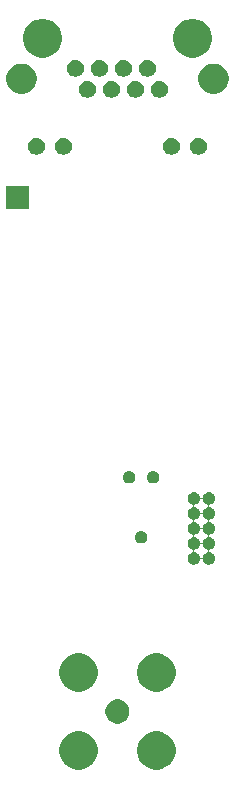
<source format=gbs>
G04 #@! TF.GenerationSoftware,KiCad,Pcbnew,6.0.0-rc1-unknown-106eaaa~84~ubuntu18.04.1*
G04 #@! TF.CreationDate,2018-11-27T01:39:04+00:00*
G04 #@! TF.ProjectId,proto-sensor,70726f74-6f2d-4736-956e-736f722e6b69,1*
G04 #@! TF.SameCoordinates,Original*
G04 #@! TF.FileFunction,Soldermask,Bot*
G04 #@! TF.FilePolarity,Negative*
%FSLAX46Y46*%
G04 Gerber Fmt 4.6, Leading zero omitted, Abs format (unit mm)*
G04 Created by KiCad (PCBNEW 6.0.0-rc1-unknown-106eaaa~84~ubuntu18.04.1) date Tue 27 Nov 2018 01:39:04 GMT*
%MOMM*%
%LPD*%
G01*
G04 APERTURE LIST*
%ADD10C,0.100000*%
G04 APERTURE END LIST*
D10*
G36*
X63772536Y-113742256D02*
X64067358Y-113864375D01*
X64329157Y-114039304D01*
X64332692Y-114041666D01*
X64558334Y-114267308D01*
X64735626Y-114532644D01*
X64857744Y-114827464D01*
X64920000Y-115140443D01*
X64920000Y-115459557D01*
X64857744Y-115772536D01*
X64735626Y-116067356D01*
X64558334Y-116332692D01*
X64332692Y-116558334D01*
X64332689Y-116558336D01*
X64067358Y-116735625D01*
X64067357Y-116735626D01*
X64067356Y-116735626D01*
X63772536Y-116857744D01*
X63459557Y-116920000D01*
X63140443Y-116920000D01*
X62827464Y-116857744D01*
X62532644Y-116735626D01*
X62532643Y-116735626D01*
X62532642Y-116735625D01*
X62267311Y-116558336D01*
X62267308Y-116558334D01*
X62041666Y-116332692D01*
X61864374Y-116067356D01*
X61742256Y-115772536D01*
X61680000Y-115459557D01*
X61680000Y-115140443D01*
X61742256Y-114827464D01*
X61864374Y-114532644D01*
X62041666Y-114267308D01*
X62267308Y-114041666D01*
X62270843Y-114039304D01*
X62532642Y-113864375D01*
X62827464Y-113742256D01*
X63140443Y-113680000D01*
X63459557Y-113680000D01*
X63772536Y-113742256D01*
X63772536Y-113742256D01*
G37*
G36*
X57172536Y-113742256D02*
X57467358Y-113864375D01*
X57729157Y-114039304D01*
X57732692Y-114041666D01*
X57958334Y-114267308D01*
X58135626Y-114532644D01*
X58257744Y-114827464D01*
X58320000Y-115140443D01*
X58320000Y-115459557D01*
X58257744Y-115772536D01*
X58135626Y-116067356D01*
X57958334Y-116332692D01*
X57732692Y-116558334D01*
X57732689Y-116558336D01*
X57467358Y-116735625D01*
X57467357Y-116735626D01*
X57467356Y-116735626D01*
X57172536Y-116857744D01*
X56859557Y-116920000D01*
X56540443Y-116920000D01*
X56227464Y-116857744D01*
X55932644Y-116735626D01*
X55932643Y-116735626D01*
X55932642Y-116735625D01*
X55667311Y-116558336D01*
X55667308Y-116558334D01*
X55441666Y-116332692D01*
X55264374Y-116067356D01*
X55142256Y-115772536D01*
X55080000Y-115459557D01*
X55080000Y-115140443D01*
X55142256Y-114827464D01*
X55264374Y-114532644D01*
X55441666Y-114267308D01*
X55667308Y-114041666D01*
X55670843Y-114039304D01*
X55932642Y-113864375D01*
X56227464Y-113742256D01*
X56540443Y-113680000D01*
X56859557Y-113680000D01*
X57172536Y-113742256D01*
X57172536Y-113742256D01*
G37*
G36*
X60297523Y-111019198D02*
X60483152Y-111096088D01*
X60650213Y-111207715D01*
X60792285Y-111349787D01*
X60903912Y-111516848D01*
X60980802Y-111702477D01*
X61020000Y-111899538D01*
X61020000Y-112100462D01*
X60980802Y-112297523D01*
X60903912Y-112483152D01*
X60792285Y-112650213D01*
X60650213Y-112792285D01*
X60483152Y-112903912D01*
X60297523Y-112980802D01*
X60100462Y-113020000D01*
X59899538Y-113020000D01*
X59702477Y-112980802D01*
X59516848Y-112903912D01*
X59349787Y-112792285D01*
X59207715Y-112650213D01*
X59096088Y-112483152D01*
X59019198Y-112297523D01*
X58980000Y-112100462D01*
X58980000Y-111899538D01*
X59019198Y-111702477D01*
X59096088Y-111516848D01*
X59207715Y-111349787D01*
X59349787Y-111207715D01*
X59516848Y-111096088D01*
X59702477Y-111019198D01*
X59899538Y-110980000D01*
X60100462Y-110980000D01*
X60297523Y-111019198D01*
X60297523Y-111019198D01*
G37*
G36*
X57172536Y-107142256D02*
X57467358Y-107264375D01*
X57729157Y-107439304D01*
X57732692Y-107441666D01*
X57958334Y-107667308D01*
X58135626Y-107932644D01*
X58257744Y-108227464D01*
X58320000Y-108540443D01*
X58320000Y-108859557D01*
X58257744Y-109172536D01*
X58135626Y-109467356D01*
X57958334Y-109732692D01*
X57732692Y-109958334D01*
X57732689Y-109958336D01*
X57467358Y-110135625D01*
X57467357Y-110135626D01*
X57467356Y-110135626D01*
X57172536Y-110257744D01*
X56859557Y-110320000D01*
X56540443Y-110320000D01*
X56227464Y-110257744D01*
X55932644Y-110135626D01*
X55932643Y-110135626D01*
X55932642Y-110135625D01*
X55667311Y-109958336D01*
X55667308Y-109958334D01*
X55441666Y-109732692D01*
X55264374Y-109467356D01*
X55142256Y-109172536D01*
X55080000Y-108859557D01*
X55080000Y-108540443D01*
X55142256Y-108227464D01*
X55264374Y-107932644D01*
X55441666Y-107667308D01*
X55667308Y-107441666D01*
X55670843Y-107439304D01*
X55932642Y-107264375D01*
X56227464Y-107142256D01*
X56540443Y-107080000D01*
X56859557Y-107080000D01*
X57172536Y-107142256D01*
X57172536Y-107142256D01*
G37*
G36*
X63772536Y-107142256D02*
X64067358Y-107264375D01*
X64329157Y-107439304D01*
X64332692Y-107441666D01*
X64558334Y-107667308D01*
X64735626Y-107932644D01*
X64857744Y-108227464D01*
X64920000Y-108540443D01*
X64920000Y-108859557D01*
X64857744Y-109172536D01*
X64735626Y-109467356D01*
X64558334Y-109732692D01*
X64332692Y-109958334D01*
X64332689Y-109958336D01*
X64067358Y-110135625D01*
X64067357Y-110135626D01*
X64067356Y-110135626D01*
X63772536Y-110257744D01*
X63459557Y-110320000D01*
X63140443Y-110320000D01*
X62827464Y-110257744D01*
X62532644Y-110135626D01*
X62532643Y-110135626D01*
X62532642Y-110135625D01*
X62267311Y-109958336D01*
X62267308Y-109958334D01*
X62041666Y-109732692D01*
X61864374Y-109467356D01*
X61742256Y-109172536D01*
X61680000Y-108859557D01*
X61680000Y-108540443D01*
X61742256Y-108227464D01*
X61864374Y-107932644D01*
X62041666Y-107667308D01*
X62267308Y-107441666D01*
X62270843Y-107439304D01*
X62532642Y-107264375D01*
X62827464Y-107142256D01*
X63140443Y-107080000D01*
X63459557Y-107080000D01*
X63772536Y-107142256D01*
X63772536Y-107142256D01*
G37*
G36*
X66619010Y-93452290D02*
X66619013Y-93452291D01*
X66619012Y-93452291D01*
X66715102Y-93492092D01*
X66801581Y-93549875D01*
X66875125Y-93623419D01*
X66932908Y-93709898D01*
X66972709Y-93805988D01*
X66972710Y-93805991D01*
X66977402Y-93829577D01*
X66984515Y-93853026D01*
X66996066Y-93874637D01*
X67011612Y-93893579D01*
X67030554Y-93909125D01*
X67052165Y-93920676D01*
X67075614Y-93927789D01*
X67100000Y-93930191D01*
X67124386Y-93927789D01*
X67147835Y-93920676D01*
X67169446Y-93909125D01*
X67188388Y-93893579D01*
X67203934Y-93874637D01*
X67215485Y-93853026D01*
X67222598Y-93829577D01*
X67227290Y-93805991D01*
X67227291Y-93805988D01*
X67267092Y-93709898D01*
X67324875Y-93623419D01*
X67398419Y-93549875D01*
X67484898Y-93492092D01*
X67580988Y-93452291D01*
X67580987Y-93452291D01*
X67580990Y-93452290D01*
X67682995Y-93432000D01*
X67787005Y-93432000D01*
X67889010Y-93452290D01*
X67889013Y-93452291D01*
X67889012Y-93452291D01*
X67985102Y-93492092D01*
X68071581Y-93549875D01*
X68145125Y-93623419D01*
X68202908Y-93709898D01*
X68233692Y-93784220D01*
X68242710Y-93805990D01*
X68263000Y-93907995D01*
X68263000Y-94012005D01*
X68242710Y-94114010D01*
X68242709Y-94114012D01*
X68202908Y-94210102D01*
X68145125Y-94296581D01*
X68071581Y-94370125D01*
X67985102Y-94427908D01*
X67889012Y-94467709D01*
X67889011Y-94467709D01*
X67889009Y-94467710D01*
X67865423Y-94472402D01*
X67841974Y-94479515D01*
X67820363Y-94491066D01*
X67801421Y-94506612D01*
X67785875Y-94525554D01*
X67774324Y-94547165D01*
X67767211Y-94570614D01*
X67764809Y-94595000D01*
X67767211Y-94619386D01*
X67774324Y-94642835D01*
X67785875Y-94664446D01*
X67801421Y-94683388D01*
X67820363Y-94698934D01*
X67841974Y-94710485D01*
X67865423Y-94717598D01*
X67889009Y-94722290D01*
X67889011Y-94722291D01*
X67889012Y-94722291D01*
X67985102Y-94762092D01*
X68071581Y-94819875D01*
X68145125Y-94893419D01*
X68202908Y-94979898D01*
X68233692Y-95054220D01*
X68242710Y-95075990D01*
X68263000Y-95177995D01*
X68263000Y-95282005D01*
X68242710Y-95384010D01*
X68242709Y-95384012D01*
X68202908Y-95480102D01*
X68145125Y-95566581D01*
X68071581Y-95640125D01*
X67985102Y-95697908D01*
X67889012Y-95737709D01*
X67889011Y-95737709D01*
X67889009Y-95737710D01*
X67865423Y-95742402D01*
X67841974Y-95749515D01*
X67820363Y-95761066D01*
X67801421Y-95776612D01*
X67785875Y-95795554D01*
X67774324Y-95817165D01*
X67767211Y-95840614D01*
X67764809Y-95865000D01*
X67767211Y-95889386D01*
X67774324Y-95912835D01*
X67785875Y-95934446D01*
X67801421Y-95953388D01*
X67820363Y-95968934D01*
X67841974Y-95980485D01*
X67865423Y-95987598D01*
X67889009Y-95992290D01*
X67889011Y-95992291D01*
X67889012Y-95992291D01*
X67985102Y-96032092D01*
X68071581Y-96089875D01*
X68145125Y-96163419D01*
X68202908Y-96249898D01*
X68233692Y-96324220D01*
X68242710Y-96345990D01*
X68263000Y-96447995D01*
X68263000Y-96552005D01*
X68242710Y-96654010D01*
X68242709Y-96654012D01*
X68202908Y-96750102D01*
X68145125Y-96836581D01*
X68071581Y-96910125D01*
X67985102Y-96967908D01*
X67889012Y-97007709D01*
X67889011Y-97007709D01*
X67889009Y-97007710D01*
X67865423Y-97012402D01*
X67841974Y-97019515D01*
X67820363Y-97031066D01*
X67801421Y-97046612D01*
X67785875Y-97065554D01*
X67774324Y-97087165D01*
X67767211Y-97110614D01*
X67764809Y-97135000D01*
X67767211Y-97159386D01*
X67774324Y-97182835D01*
X67785875Y-97204446D01*
X67801421Y-97223388D01*
X67820363Y-97238934D01*
X67841974Y-97250485D01*
X67865423Y-97257598D01*
X67889009Y-97262290D01*
X67889011Y-97262291D01*
X67889012Y-97262291D01*
X67985102Y-97302092D01*
X68071581Y-97359875D01*
X68145125Y-97433419D01*
X68202908Y-97519898D01*
X68224274Y-97571481D01*
X68242710Y-97615990D01*
X68263000Y-97717995D01*
X68263000Y-97822005D01*
X68242710Y-97924010D01*
X68242709Y-97924012D01*
X68202908Y-98020102D01*
X68145125Y-98106581D01*
X68071581Y-98180125D01*
X67985102Y-98237908D01*
X67889012Y-98277709D01*
X67889011Y-98277709D01*
X67889009Y-98277710D01*
X67865423Y-98282402D01*
X67841974Y-98289515D01*
X67820363Y-98301066D01*
X67801421Y-98316612D01*
X67785875Y-98335554D01*
X67774324Y-98357165D01*
X67767211Y-98380614D01*
X67764809Y-98405000D01*
X67767211Y-98429386D01*
X67774324Y-98452835D01*
X67785875Y-98474446D01*
X67801421Y-98493388D01*
X67820363Y-98508934D01*
X67841974Y-98520485D01*
X67865423Y-98527598D01*
X67889009Y-98532290D01*
X67889011Y-98532291D01*
X67889012Y-98532291D01*
X67985102Y-98572092D01*
X68071581Y-98629875D01*
X68145125Y-98703419D01*
X68202908Y-98789898D01*
X68233692Y-98864220D01*
X68242710Y-98885990D01*
X68263000Y-98987995D01*
X68263000Y-99092005D01*
X68242710Y-99194010D01*
X68242709Y-99194012D01*
X68202908Y-99290102D01*
X68145125Y-99376581D01*
X68071581Y-99450125D01*
X67985102Y-99507908D01*
X67910780Y-99538692D01*
X67889010Y-99547710D01*
X67787005Y-99568000D01*
X67682995Y-99568000D01*
X67580990Y-99547710D01*
X67559220Y-99538692D01*
X67484898Y-99507908D01*
X67398419Y-99450125D01*
X67324875Y-99376581D01*
X67267092Y-99290102D01*
X67227291Y-99194012D01*
X67227291Y-99194011D01*
X67227290Y-99194009D01*
X67222598Y-99170423D01*
X67215485Y-99146974D01*
X67203934Y-99125363D01*
X67188388Y-99106421D01*
X67169446Y-99090875D01*
X67147835Y-99079324D01*
X67124386Y-99072211D01*
X67100000Y-99069809D01*
X67075614Y-99072211D01*
X67052165Y-99079324D01*
X67030554Y-99090875D01*
X67011612Y-99106421D01*
X66996066Y-99125363D01*
X66984515Y-99146974D01*
X66977402Y-99170423D01*
X66972710Y-99194009D01*
X66972709Y-99194011D01*
X66972709Y-99194012D01*
X66932908Y-99290102D01*
X66875125Y-99376581D01*
X66801581Y-99450125D01*
X66715102Y-99507908D01*
X66640780Y-99538692D01*
X66619010Y-99547710D01*
X66517005Y-99568000D01*
X66412995Y-99568000D01*
X66310990Y-99547710D01*
X66289220Y-99538692D01*
X66214898Y-99507908D01*
X66128419Y-99450125D01*
X66054875Y-99376581D01*
X65997092Y-99290102D01*
X65957291Y-99194012D01*
X65957290Y-99194010D01*
X65937000Y-99092005D01*
X65937000Y-98987995D01*
X65957290Y-98885990D01*
X65966308Y-98864220D01*
X65997092Y-98789898D01*
X66054875Y-98703419D01*
X66128419Y-98629875D01*
X66214898Y-98572092D01*
X66310988Y-98532291D01*
X66310989Y-98532291D01*
X66310991Y-98532290D01*
X66334577Y-98527598D01*
X66358026Y-98520485D01*
X66379637Y-98508934D01*
X66398579Y-98493388D01*
X66414125Y-98474446D01*
X66425676Y-98452835D01*
X66432789Y-98429386D01*
X66435191Y-98405000D01*
X66494809Y-98405000D01*
X66497211Y-98429386D01*
X66504324Y-98452835D01*
X66515875Y-98474446D01*
X66531421Y-98493388D01*
X66550363Y-98508934D01*
X66571974Y-98520485D01*
X66595423Y-98527598D01*
X66619009Y-98532290D01*
X66619011Y-98532291D01*
X66619012Y-98532291D01*
X66715102Y-98572092D01*
X66801581Y-98629875D01*
X66875125Y-98703419D01*
X66932908Y-98789898D01*
X66972709Y-98885988D01*
X66972710Y-98885991D01*
X66977402Y-98909577D01*
X66984515Y-98933026D01*
X66996066Y-98954637D01*
X67011612Y-98973579D01*
X67030554Y-98989125D01*
X67052165Y-99000676D01*
X67075614Y-99007789D01*
X67100000Y-99010191D01*
X67124386Y-99007789D01*
X67147835Y-99000676D01*
X67169446Y-98989125D01*
X67188388Y-98973579D01*
X67203934Y-98954637D01*
X67215485Y-98933026D01*
X67222598Y-98909577D01*
X67227290Y-98885991D01*
X67227291Y-98885988D01*
X67267092Y-98789898D01*
X67324875Y-98703419D01*
X67398419Y-98629875D01*
X67484898Y-98572092D01*
X67580988Y-98532291D01*
X67580989Y-98532291D01*
X67580991Y-98532290D01*
X67604577Y-98527598D01*
X67628026Y-98520485D01*
X67649637Y-98508934D01*
X67668579Y-98493388D01*
X67684125Y-98474446D01*
X67695676Y-98452835D01*
X67702789Y-98429386D01*
X67705191Y-98405000D01*
X67702789Y-98380614D01*
X67695676Y-98357165D01*
X67684125Y-98335554D01*
X67668579Y-98316612D01*
X67649637Y-98301066D01*
X67628026Y-98289515D01*
X67604577Y-98282402D01*
X67580991Y-98277710D01*
X67580989Y-98277709D01*
X67580988Y-98277709D01*
X67484898Y-98237908D01*
X67398419Y-98180125D01*
X67324875Y-98106581D01*
X67267092Y-98020102D01*
X67227291Y-97924012D01*
X67227291Y-97924011D01*
X67227290Y-97924009D01*
X67222598Y-97900423D01*
X67215485Y-97876974D01*
X67203934Y-97855363D01*
X67188388Y-97836421D01*
X67169446Y-97820875D01*
X67147835Y-97809324D01*
X67124386Y-97802211D01*
X67100000Y-97799809D01*
X67075614Y-97802211D01*
X67052165Y-97809324D01*
X67030554Y-97820875D01*
X67011612Y-97836421D01*
X66996066Y-97855363D01*
X66984515Y-97876974D01*
X66977402Y-97900423D01*
X66972710Y-97924009D01*
X66972709Y-97924011D01*
X66972709Y-97924012D01*
X66932908Y-98020102D01*
X66875125Y-98106581D01*
X66801581Y-98180125D01*
X66715102Y-98237908D01*
X66619012Y-98277709D01*
X66619011Y-98277709D01*
X66619009Y-98277710D01*
X66595423Y-98282402D01*
X66571974Y-98289515D01*
X66550363Y-98301066D01*
X66531421Y-98316612D01*
X66515875Y-98335554D01*
X66504324Y-98357165D01*
X66497211Y-98380614D01*
X66494809Y-98405000D01*
X66435191Y-98405000D01*
X66432789Y-98380614D01*
X66425676Y-98357165D01*
X66414125Y-98335554D01*
X66398579Y-98316612D01*
X66379637Y-98301066D01*
X66358026Y-98289515D01*
X66334577Y-98282402D01*
X66310991Y-98277710D01*
X66310989Y-98277709D01*
X66310988Y-98277709D01*
X66214898Y-98237908D01*
X66128419Y-98180125D01*
X66054875Y-98106581D01*
X65997092Y-98020102D01*
X65957291Y-97924012D01*
X65957290Y-97924010D01*
X65937000Y-97822005D01*
X65937000Y-97717995D01*
X65957290Y-97615990D01*
X65975726Y-97571481D01*
X65997092Y-97519898D01*
X66054875Y-97433419D01*
X66128419Y-97359875D01*
X66214898Y-97302092D01*
X66310988Y-97262291D01*
X66310989Y-97262291D01*
X66310991Y-97262290D01*
X66334577Y-97257598D01*
X66358026Y-97250485D01*
X66379637Y-97238934D01*
X66398579Y-97223388D01*
X66414125Y-97204446D01*
X66425676Y-97182835D01*
X66432789Y-97159386D01*
X66435191Y-97135000D01*
X66494809Y-97135000D01*
X66497211Y-97159386D01*
X66504324Y-97182835D01*
X66515875Y-97204446D01*
X66531421Y-97223388D01*
X66550363Y-97238934D01*
X66571974Y-97250485D01*
X66595423Y-97257598D01*
X66619009Y-97262290D01*
X66619011Y-97262291D01*
X66619012Y-97262291D01*
X66715102Y-97302092D01*
X66801581Y-97359875D01*
X66875125Y-97433419D01*
X66932908Y-97519898D01*
X66972709Y-97615988D01*
X66972710Y-97615991D01*
X66977402Y-97639577D01*
X66984515Y-97663026D01*
X66996066Y-97684637D01*
X67011612Y-97703579D01*
X67030554Y-97719125D01*
X67052165Y-97730676D01*
X67075614Y-97737789D01*
X67100000Y-97740191D01*
X67124386Y-97737789D01*
X67147835Y-97730676D01*
X67169446Y-97719125D01*
X67188388Y-97703579D01*
X67203934Y-97684637D01*
X67215485Y-97663026D01*
X67222598Y-97639577D01*
X67227290Y-97615991D01*
X67227291Y-97615988D01*
X67267092Y-97519898D01*
X67324875Y-97433419D01*
X67398419Y-97359875D01*
X67484898Y-97302092D01*
X67580988Y-97262291D01*
X67580989Y-97262291D01*
X67580991Y-97262290D01*
X67604577Y-97257598D01*
X67628026Y-97250485D01*
X67649637Y-97238934D01*
X67668579Y-97223388D01*
X67684125Y-97204446D01*
X67695676Y-97182835D01*
X67702789Y-97159386D01*
X67705191Y-97135000D01*
X67702789Y-97110614D01*
X67695676Y-97087165D01*
X67684125Y-97065554D01*
X67668579Y-97046612D01*
X67649637Y-97031066D01*
X67628026Y-97019515D01*
X67604577Y-97012402D01*
X67580991Y-97007710D01*
X67580989Y-97007709D01*
X67580988Y-97007709D01*
X67484898Y-96967908D01*
X67398419Y-96910125D01*
X67324875Y-96836581D01*
X67267092Y-96750102D01*
X67227291Y-96654012D01*
X67227291Y-96654011D01*
X67227290Y-96654009D01*
X67222598Y-96630423D01*
X67215485Y-96606974D01*
X67203934Y-96585363D01*
X67188388Y-96566421D01*
X67169446Y-96550875D01*
X67147835Y-96539324D01*
X67124386Y-96532211D01*
X67100000Y-96529809D01*
X67075614Y-96532211D01*
X67052165Y-96539324D01*
X67030554Y-96550875D01*
X67011612Y-96566421D01*
X66996066Y-96585363D01*
X66984515Y-96606974D01*
X66977402Y-96630423D01*
X66972710Y-96654009D01*
X66972709Y-96654011D01*
X66972709Y-96654012D01*
X66932908Y-96750102D01*
X66875125Y-96836581D01*
X66801581Y-96910125D01*
X66715102Y-96967908D01*
X66619012Y-97007709D01*
X66619011Y-97007709D01*
X66619009Y-97007710D01*
X66595423Y-97012402D01*
X66571974Y-97019515D01*
X66550363Y-97031066D01*
X66531421Y-97046612D01*
X66515875Y-97065554D01*
X66504324Y-97087165D01*
X66497211Y-97110614D01*
X66494809Y-97135000D01*
X66435191Y-97135000D01*
X66432789Y-97110614D01*
X66425676Y-97087165D01*
X66414125Y-97065554D01*
X66398579Y-97046612D01*
X66379637Y-97031066D01*
X66358026Y-97019515D01*
X66334577Y-97012402D01*
X66310991Y-97007710D01*
X66310989Y-97007709D01*
X66310988Y-97007709D01*
X66214898Y-96967908D01*
X66128419Y-96910125D01*
X66054875Y-96836581D01*
X65997092Y-96750102D01*
X65957291Y-96654012D01*
X65957290Y-96654010D01*
X65937000Y-96552005D01*
X65937000Y-96447995D01*
X65957290Y-96345990D01*
X65966308Y-96324220D01*
X65997092Y-96249898D01*
X66054875Y-96163419D01*
X66128419Y-96089875D01*
X66214898Y-96032092D01*
X66310988Y-95992291D01*
X66310989Y-95992291D01*
X66310991Y-95992290D01*
X66334577Y-95987598D01*
X66358026Y-95980485D01*
X66379637Y-95968934D01*
X66398579Y-95953388D01*
X66414125Y-95934446D01*
X66425676Y-95912835D01*
X66432789Y-95889386D01*
X66435191Y-95865000D01*
X66494809Y-95865000D01*
X66497211Y-95889386D01*
X66504324Y-95912835D01*
X66515875Y-95934446D01*
X66531421Y-95953388D01*
X66550363Y-95968934D01*
X66571974Y-95980485D01*
X66595423Y-95987598D01*
X66619009Y-95992290D01*
X66619011Y-95992291D01*
X66619012Y-95992291D01*
X66715102Y-96032092D01*
X66801581Y-96089875D01*
X66875125Y-96163419D01*
X66932908Y-96249898D01*
X66972709Y-96345988D01*
X66972710Y-96345991D01*
X66977402Y-96369577D01*
X66984515Y-96393026D01*
X66996066Y-96414637D01*
X67011612Y-96433579D01*
X67030554Y-96449125D01*
X67052165Y-96460676D01*
X67075614Y-96467789D01*
X67100000Y-96470191D01*
X67124386Y-96467789D01*
X67147835Y-96460676D01*
X67169446Y-96449125D01*
X67188388Y-96433579D01*
X67203934Y-96414637D01*
X67215485Y-96393026D01*
X67222598Y-96369577D01*
X67227290Y-96345991D01*
X67227291Y-96345988D01*
X67267092Y-96249898D01*
X67324875Y-96163419D01*
X67398419Y-96089875D01*
X67484898Y-96032092D01*
X67580988Y-95992291D01*
X67580989Y-95992291D01*
X67580991Y-95992290D01*
X67604577Y-95987598D01*
X67628026Y-95980485D01*
X67649637Y-95968934D01*
X67668579Y-95953388D01*
X67684125Y-95934446D01*
X67695676Y-95912835D01*
X67702789Y-95889386D01*
X67705191Y-95865000D01*
X67702789Y-95840614D01*
X67695676Y-95817165D01*
X67684125Y-95795554D01*
X67668579Y-95776612D01*
X67649637Y-95761066D01*
X67628026Y-95749515D01*
X67604577Y-95742402D01*
X67580991Y-95737710D01*
X67580989Y-95737709D01*
X67580988Y-95737709D01*
X67484898Y-95697908D01*
X67398419Y-95640125D01*
X67324875Y-95566581D01*
X67267092Y-95480102D01*
X67227291Y-95384012D01*
X67227291Y-95384011D01*
X67227290Y-95384009D01*
X67222598Y-95360423D01*
X67215485Y-95336974D01*
X67203934Y-95315363D01*
X67188388Y-95296421D01*
X67169446Y-95280875D01*
X67147835Y-95269324D01*
X67124386Y-95262211D01*
X67100000Y-95259809D01*
X67075614Y-95262211D01*
X67052165Y-95269324D01*
X67030554Y-95280875D01*
X67011612Y-95296421D01*
X66996066Y-95315363D01*
X66984515Y-95336974D01*
X66977402Y-95360423D01*
X66972710Y-95384009D01*
X66972709Y-95384011D01*
X66972709Y-95384012D01*
X66932908Y-95480102D01*
X66875125Y-95566581D01*
X66801581Y-95640125D01*
X66715102Y-95697908D01*
X66619012Y-95737709D01*
X66619011Y-95737709D01*
X66619009Y-95737710D01*
X66595423Y-95742402D01*
X66571974Y-95749515D01*
X66550363Y-95761066D01*
X66531421Y-95776612D01*
X66515875Y-95795554D01*
X66504324Y-95817165D01*
X66497211Y-95840614D01*
X66494809Y-95865000D01*
X66435191Y-95865000D01*
X66432789Y-95840614D01*
X66425676Y-95817165D01*
X66414125Y-95795554D01*
X66398579Y-95776612D01*
X66379637Y-95761066D01*
X66358026Y-95749515D01*
X66334577Y-95742402D01*
X66310991Y-95737710D01*
X66310989Y-95737709D01*
X66310988Y-95737709D01*
X66214898Y-95697908D01*
X66128419Y-95640125D01*
X66054875Y-95566581D01*
X65997092Y-95480102D01*
X65957291Y-95384012D01*
X65957290Y-95384010D01*
X65937000Y-95282005D01*
X65937000Y-95177995D01*
X65957290Y-95075990D01*
X65966308Y-95054220D01*
X65997092Y-94979898D01*
X66054875Y-94893419D01*
X66128419Y-94819875D01*
X66214898Y-94762092D01*
X66310988Y-94722291D01*
X66310989Y-94722291D01*
X66310991Y-94722290D01*
X66334577Y-94717598D01*
X66358026Y-94710485D01*
X66379637Y-94698934D01*
X66398579Y-94683388D01*
X66414125Y-94664446D01*
X66425676Y-94642835D01*
X66432789Y-94619386D01*
X66435191Y-94595000D01*
X66494809Y-94595000D01*
X66497211Y-94619386D01*
X66504324Y-94642835D01*
X66515875Y-94664446D01*
X66531421Y-94683388D01*
X66550363Y-94698934D01*
X66571974Y-94710485D01*
X66595423Y-94717598D01*
X66619009Y-94722290D01*
X66619011Y-94722291D01*
X66619012Y-94722291D01*
X66715102Y-94762092D01*
X66801581Y-94819875D01*
X66875125Y-94893419D01*
X66932908Y-94979898D01*
X66972709Y-95075988D01*
X66972710Y-95075991D01*
X66977402Y-95099577D01*
X66984515Y-95123026D01*
X66996066Y-95144637D01*
X67011612Y-95163579D01*
X67030554Y-95179125D01*
X67052165Y-95190676D01*
X67075614Y-95197789D01*
X67100000Y-95200191D01*
X67124386Y-95197789D01*
X67147835Y-95190676D01*
X67169446Y-95179125D01*
X67188388Y-95163579D01*
X67203934Y-95144637D01*
X67215485Y-95123026D01*
X67222598Y-95099577D01*
X67227290Y-95075991D01*
X67227291Y-95075988D01*
X67267092Y-94979898D01*
X67324875Y-94893419D01*
X67398419Y-94819875D01*
X67484898Y-94762092D01*
X67580988Y-94722291D01*
X67580989Y-94722291D01*
X67580991Y-94722290D01*
X67604577Y-94717598D01*
X67628026Y-94710485D01*
X67649637Y-94698934D01*
X67668579Y-94683388D01*
X67684125Y-94664446D01*
X67695676Y-94642835D01*
X67702789Y-94619386D01*
X67705191Y-94595000D01*
X67702789Y-94570614D01*
X67695676Y-94547165D01*
X67684125Y-94525554D01*
X67668579Y-94506612D01*
X67649637Y-94491066D01*
X67628026Y-94479515D01*
X67604577Y-94472402D01*
X67580991Y-94467710D01*
X67580989Y-94467709D01*
X67580988Y-94467709D01*
X67484898Y-94427908D01*
X67398419Y-94370125D01*
X67324875Y-94296581D01*
X67267092Y-94210102D01*
X67227291Y-94114012D01*
X67227291Y-94114011D01*
X67227290Y-94114009D01*
X67222598Y-94090423D01*
X67215485Y-94066974D01*
X67203934Y-94045363D01*
X67188388Y-94026421D01*
X67169446Y-94010875D01*
X67147835Y-93999324D01*
X67124386Y-93992211D01*
X67100000Y-93989809D01*
X67075614Y-93992211D01*
X67052165Y-93999324D01*
X67030554Y-94010875D01*
X67011612Y-94026421D01*
X66996066Y-94045363D01*
X66984515Y-94066974D01*
X66977402Y-94090423D01*
X66972710Y-94114009D01*
X66972709Y-94114011D01*
X66972709Y-94114012D01*
X66932908Y-94210102D01*
X66875125Y-94296581D01*
X66801581Y-94370125D01*
X66715102Y-94427908D01*
X66619012Y-94467709D01*
X66619011Y-94467709D01*
X66619009Y-94467710D01*
X66595423Y-94472402D01*
X66571974Y-94479515D01*
X66550363Y-94491066D01*
X66531421Y-94506612D01*
X66515875Y-94525554D01*
X66504324Y-94547165D01*
X66497211Y-94570614D01*
X66494809Y-94595000D01*
X66435191Y-94595000D01*
X66432789Y-94570614D01*
X66425676Y-94547165D01*
X66414125Y-94525554D01*
X66398579Y-94506612D01*
X66379637Y-94491066D01*
X66358026Y-94479515D01*
X66334577Y-94472402D01*
X66310991Y-94467710D01*
X66310989Y-94467709D01*
X66310988Y-94467709D01*
X66214898Y-94427908D01*
X66128419Y-94370125D01*
X66054875Y-94296581D01*
X65997092Y-94210102D01*
X65957291Y-94114012D01*
X65957290Y-94114010D01*
X65937000Y-94012005D01*
X65937000Y-93907995D01*
X65957290Y-93805990D01*
X65966308Y-93784220D01*
X65997092Y-93709898D01*
X66054875Y-93623419D01*
X66128419Y-93549875D01*
X66214898Y-93492092D01*
X66310988Y-93452291D01*
X66310987Y-93452291D01*
X66310990Y-93452290D01*
X66412995Y-93432000D01*
X66517005Y-93432000D01*
X66619010Y-93452290D01*
X66619010Y-93452290D01*
G37*
G36*
X62156679Y-96739983D02*
X62251311Y-96779181D01*
X62336483Y-96836091D01*
X62408909Y-96908517D01*
X62465819Y-96993689D01*
X62505017Y-97088321D01*
X62525000Y-97188783D01*
X62525000Y-97291217D01*
X62505017Y-97391679D01*
X62465819Y-97486311D01*
X62408909Y-97571483D01*
X62336483Y-97643909D01*
X62251311Y-97700819D01*
X62156679Y-97740017D01*
X62056217Y-97760000D01*
X61953783Y-97760000D01*
X61853321Y-97740017D01*
X61758689Y-97700819D01*
X61673517Y-97643909D01*
X61601091Y-97571483D01*
X61544181Y-97486311D01*
X61504983Y-97391679D01*
X61485000Y-97291217D01*
X61485000Y-97188783D01*
X61504983Y-97088321D01*
X61544181Y-96993689D01*
X61601091Y-96908517D01*
X61673517Y-96836091D01*
X61758689Y-96779181D01*
X61853321Y-96739983D01*
X61953783Y-96720000D01*
X62056217Y-96720000D01*
X62156679Y-96739983D01*
X62156679Y-96739983D01*
G37*
G36*
X61140679Y-91659983D02*
X61235311Y-91699181D01*
X61320483Y-91756091D01*
X61392909Y-91828517D01*
X61449819Y-91913689D01*
X61489017Y-92008321D01*
X61509000Y-92108783D01*
X61509000Y-92211217D01*
X61489017Y-92311679D01*
X61449819Y-92406311D01*
X61392909Y-92491483D01*
X61320483Y-92563909D01*
X61235311Y-92620819D01*
X61140679Y-92660017D01*
X61040217Y-92680000D01*
X60937783Y-92680000D01*
X60837321Y-92660017D01*
X60742689Y-92620819D01*
X60657517Y-92563909D01*
X60585091Y-92491483D01*
X60528181Y-92406311D01*
X60488983Y-92311679D01*
X60469000Y-92211217D01*
X60469000Y-92108783D01*
X60488983Y-92008321D01*
X60528181Y-91913689D01*
X60585091Y-91828517D01*
X60657517Y-91756091D01*
X60742689Y-91699181D01*
X60837321Y-91659983D01*
X60937783Y-91640000D01*
X61040217Y-91640000D01*
X61140679Y-91659983D01*
X61140679Y-91659983D01*
G37*
G36*
X63172679Y-91659983D02*
X63267311Y-91699181D01*
X63352483Y-91756091D01*
X63424909Y-91828517D01*
X63481819Y-91913689D01*
X63521017Y-92008321D01*
X63541000Y-92108783D01*
X63541000Y-92211217D01*
X63521017Y-92311679D01*
X63481819Y-92406311D01*
X63424909Y-92491483D01*
X63352483Y-92563909D01*
X63267311Y-92620819D01*
X63172679Y-92660017D01*
X63072217Y-92680000D01*
X62969783Y-92680000D01*
X62869321Y-92660017D01*
X62774689Y-92620819D01*
X62689517Y-92563909D01*
X62617091Y-92491483D01*
X62560181Y-92406311D01*
X62520983Y-92311679D01*
X62501000Y-92211217D01*
X62501000Y-92108783D01*
X62520983Y-92008321D01*
X62560181Y-91913689D01*
X62617091Y-91828517D01*
X62689517Y-91756091D01*
X62774689Y-91699181D01*
X62869321Y-91659983D01*
X62969783Y-91640000D01*
X63072217Y-91640000D01*
X63172679Y-91659983D01*
X63172679Y-91659983D01*
G37*
G36*
X52520000Y-69470000D02*
X50580000Y-69470000D01*
X50580000Y-67530000D01*
X52520000Y-67530000D01*
X52520000Y-69470000D01*
X52520000Y-69470000D01*
G37*
G36*
X53352015Y-63451668D02*
X53483049Y-63505944D01*
X53600975Y-63584740D01*
X53701260Y-63685025D01*
X53780056Y-63802951D01*
X53834332Y-63933985D01*
X53862000Y-64073085D01*
X53862000Y-64214915D01*
X53834332Y-64354015D01*
X53780056Y-64485049D01*
X53701260Y-64602975D01*
X53600975Y-64703260D01*
X53483049Y-64782056D01*
X53352015Y-64836332D01*
X53212915Y-64864000D01*
X53071085Y-64864000D01*
X52931985Y-64836332D01*
X52800951Y-64782056D01*
X52683025Y-64703260D01*
X52582740Y-64602975D01*
X52503944Y-64485049D01*
X52449668Y-64354015D01*
X52422000Y-64214915D01*
X52422000Y-64073085D01*
X52449668Y-63933985D01*
X52503944Y-63802951D01*
X52582740Y-63685025D01*
X52683025Y-63584740D01*
X52800951Y-63505944D01*
X52931985Y-63451668D01*
X53071085Y-63424000D01*
X53212915Y-63424000D01*
X53352015Y-63451668D01*
X53352015Y-63451668D01*
G37*
G36*
X67068015Y-63451668D02*
X67199049Y-63505944D01*
X67316975Y-63584740D01*
X67417260Y-63685025D01*
X67496056Y-63802951D01*
X67550332Y-63933985D01*
X67578000Y-64073085D01*
X67578000Y-64214915D01*
X67550332Y-64354015D01*
X67496056Y-64485049D01*
X67417260Y-64602975D01*
X67316975Y-64703260D01*
X67199049Y-64782056D01*
X67068015Y-64836332D01*
X66928915Y-64864000D01*
X66787085Y-64864000D01*
X66647985Y-64836332D01*
X66516951Y-64782056D01*
X66399025Y-64703260D01*
X66298740Y-64602975D01*
X66219944Y-64485049D01*
X66165668Y-64354015D01*
X66138000Y-64214915D01*
X66138000Y-64073085D01*
X66165668Y-63933985D01*
X66219944Y-63802951D01*
X66298740Y-63685025D01*
X66399025Y-63584740D01*
X66516951Y-63505944D01*
X66647985Y-63451668D01*
X66787085Y-63424000D01*
X66928915Y-63424000D01*
X67068015Y-63451668D01*
X67068015Y-63451668D01*
G37*
G36*
X64782015Y-63451668D02*
X64913049Y-63505944D01*
X65030975Y-63584740D01*
X65131260Y-63685025D01*
X65210056Y-63802951D01*
X65264332Y-63933985D01*
X65292000Y-64073085D01*
X65292000Y-64214915D01*
X65264332Y-64354015D01*
X65210056Y-64485049D01*
X65131260Y-64602975D01*
X65030975Y-64703260D01*
X64913049Y-64782056D01*
X64782015Y-64836332D01*
X64642915Y-64864000D01*
X64501085Y-64864000D01*
X64361985Y-64836332D01*
X64230951Y-64782056D01*
X64113025Y-64703260D01*
X64012740Y-64602975D01*
X63933944Y-64485049D01*
X63879668Y-64354015D01*
X63852000Y-64214915D01*
X63852000Y-64073085D01*
X63879668Y-63933985D01*
X63933944Y-63802951D01*
X64012740Y-63685025D01*
X64113025Y-63584740D01*
X64230951Y-63505944D01*
X64361985Y-63451668D01*
X64501085Y-63424000D01*
X64642915Y-63424000D01*
X64782015Y-63451668D01*
X64782015Y-63451668D01*
G37*
G36*
X55638015Y-63451668D02*
X55769049Y-63505944D01*
X55886975Y-63584740D01*
X55987260Y-63685025D01*
X56066056Y-63802951D01*
X56120332Y-63933985D01*
X56148000Y-64073085D01*
X56148000Y-64214915D01*
X56120332Y-64354015D01*
X56066056Y-64485049D01*
X55987260Y-64602975D01*
X55886975Y-64703260D01*
X55769049Y-64782056D01*
X55638015Y-64836332D01*
X55498915Y-64864000D01*
X55357085Y-64864000D01*
X55217985Y-64836332D01*
X55086951Y-64782056D01*
X54969025Y-64703260D01*
X54868740Y-64602975D01*
X54789944Y-64485049D01*
X54735668Y-64354015D01*
X54708000Y-64214915D01*
X54708000Y-64073085D01*
X54735668Y-63933985D01*
X54789944Y-63802951D01*
X54868740Y-63685025D01*
X54969025Y-63584740D01*
X55086951Y-63505944D01*
X55217985Y-63451668D01*
X55357085Y-63424000D01*
X55498915Y-63424000D01*
X55638015Y-63451668D01*
X55638015Y-63451668D01*
G37*
G36*
X61734015Y-58625668D02*
X61865049Y-58679944D01*
X61982975Y-58758740D01*
X62083260Y-58859025D01*
X62162056Y-58976951D01*
X62216332Y-59107985D01*
X62244000Y-59247085D01*
X62244000Y-59388915D01*
X62216332Y-59528015D01*
X62162056Y-59659049D01*
X62083260Y-59776975D01*
X61982975Y-59877260D01*
X61865049Y-59956056D01*
X61734015Y-60010332D01*
X61594915Y-60038000D01*
X61453085Y-60038000D01*
X61313985Y-60010332D01*
X61182951Y-59956056D01*
X61065025Y-59877260D01*
X60964740Y-59776975D01*
X60885944Y-59659049D01*
X60831668Y-59528015D01*
X60804000Y-59388915D01*
X60804000Y-59247085D01*
X60831668Y-59107985D01*
X60885944Y-58976951D01*
X60964740Y-58859025D01*
X61065025Y-58758740D01*
X61182951Y-58679944D01*
X61313985Y-58625668D01*
X61453085Y-58598000D01*
X61594915Y-58598000D01*
X61734015Y-58625668D01*
X61734015Y-58625668D01*
G37*
G36*
X63766015Y-58625668D02*
X63897049Y-58679944D01*
X64014975Y-58758740D01*
X64115260Y-58859025D01*
X64194056Y-58976951D01*
X64248332Y-59107985D01*
X64276000Y-59247085D01*
X64276000Y-59388915D01*
X64248332Y-59528015D01*
X64194056Y-59659049D01*
X64115260Y-59776975D01*
X64014975Y-59877260D01*
X63897049Y-59956056D01*
X63766015Y-60010332D01*
X63626915Y-60038000D01*
X63485085Y-60038000D01*
X63345985Y-60010332D01*
X63214951Y-59956056D01*
X63097025Y-59877260D01*
X62996740Y-59776975D01*
X62917944Y-59659049D01*
X62863668Y-59528015D01*
X62836000Y-59388915D01*
X62836000Y-59247085D01*
X62863668Y-59107985D01*
X62917944Y-58976951D01*
X62996740Y-58859025D01*
X63097025Y-58758740D01*
X63214951Y-58679944D01*
X63345985Y-58625668D01*
X63485085Y-58598000D01*
X63626915Y-58598000D01*
X63766015Y-58625668D01*
X63766015Y-58625668D01*
G37*
G36*
X57670015Y-58625668D02*
X57801049Y-58679944D01*
X57918975Y-58758740D01*
X58019260Y-58859025D01*
X58098056Y-58976951D01*
X58152332Y-59107985D01*
X58180000Y-59247085D01*
X58180000Y-59388915D01*
X58152332Y-59528015D01*
X58098056Y-59659049D01*
X58019260Y-59776975D01*
X57918975Y-59877260D01*
X57801049Y-59956056D01*
X57670015Y-60010332D01*
X57530915Y-60038000D01*
X57389085Y-60038000D01*
X57249985Y-60010332D01*
X57118951Y-59956056D01*
X57001025Y-59877260D01*
X56900740Y-59776975D01*
X56821944Y-59659049D01*
X56767668Y-59528015D01*
X56740000Y-59388915D01*
X56740000Y-59247085D01*
X56767668Y-59107985D01*
X56821944Y-58976951D01*
X56900740Y-58859025D01*
X57001025Y-58758740D01*
X57118951Y-58679944D01*
X57249985Y-58625668D01*
X57389085Y-58598000D01*
X57530915Y-58598000D01*
X57670015Y-58625668D01*
X57670015Y-58625668D01*
G37*
G36*
X59702015Y-58625668D02*
X59833049Y-58679944D01*
X59950975Y-58758740D01*
X60051260Y-58859025D01*
X60130056Y-58976951D01*
X60184332Y-59107985D01*
X60212000Y-59247085D01*
X60212000Y-59388915D01*
X60184332Y-59528015D01*
X60130056Y-59659049D01*
X60051260Y-59776975D01*
X59950975Y-59877260D01*
X59833049Y-59956056D01*
X59702015Y-60010332D01*
X59562915Y-60038000D01*
X59421085Y-60038000D01*
X59281985Y-60010332D01*
X59150951Y-59956056D01*
X59033025Y-59877260D01*
X58932740Y-59776975D01*
X58853944Y-59659049D01*
X58799668Y-59528015D01*
X58772000Y-59388915D01*
X58772000Y-59247085D01*
X58799668Y-59107985D01*
X58853944Y-58976951D01*
X58932740Y-58859025D01*
X59033025Y-58758740D01*
X59150951Y-58679944D01*
X59281985Y-58625668D01*
X59421085Y-58598000D01*
X59562915Y-58598000D01*
X59702015Y-58625668D01*
X59702015Y-58625668D01*
G37*
G36*
X68504277Y-57188573D02*
X68739045Y-57285817D01*
X68950330Y-57426993D01*
X69130007Y-57606670D01*
X69271183Y-57817955D01*
X69368427Y-58052723D01*
X69418000Y-58301945D01*
X69418000Y-58556055D01*
X69368427Y-58805277D01*
X69271183Y-59040045D01*
X69130007Y-59251330D01*
X68950330Y-59431007D01*
X68739045Y-59572183D01*
X68504277Y-59669427D01*
X68255055Y-59719000D01*
X68000945Y-59719000D01*
X67751723Y-59669427D01*
X67516955Y-59572183D01*
X67305670Y-59431007D01*
X67125993Y-59251330D01*
X66984817Y-59040045D01*
X66887573Y-58805277D01*
X66838000Y-58556055D01*
X66838000Y-58301945D01*
X66887573Y-58052723D01*
X66984817Y-57817955D01*
X67125993Y-57606670D01*
X67305670Y-57426993D01*
X67516955Y-57285817D01*
X67751723Y-57188573D01*
X68000945Y-57139000D01*
X68255055Y-57139000D01*
X68504277Y-57188573D01*
X68504277Y-57188573D01*
G37*
G36*
X52248277Y-57188573D02*
X52483045Y-57285817D01*
X52694330Y-57426993D01*
X52874007Y-57606670D01*
X53015183Y-57817955D01*
X53112427Y-58052723D01*
X53162000Y-58301945D01*
X53162000Y-58556055D01*
X53112427Y-58805277D01*
X53015183Y-59040045D01*
X52874007Y-59251330D01*
X52694330Y-59431007D01*
X52483045Y-59572183D01*
X52248277Y-59669427D01*
X51999055Y-59719000D01*
X51744945Y-59719000D01*
X51495723Y-59669427D01*
X51260955Y-59572183D01*
X51049670Y-59431007D01*
X50869993Y-59251330D01*
X50728817Y-59040045D01*
X50631573Y-58805277D01*
X50582000Y-58556055D01*
X50582000Y-58301945D01*
X50631573Y-58052723D01*
X50728817Y-57817955D01*
X50869993Y-57606670D01*
X51049670Y-57426993D01*
X51260955Y-57285817D01*
X51495723Y-57188573D01*
X51744945Y-57139000D01*
X51999055Y-57139000D01*
X52248277Y-57188573D01*
X52248277Y-57188573D01*
G37*
G36*
X56654015Y-56847668D02*
X56785049Y-56901944D01*
X56902975Y-56980740D01*
X57003260Y-57081025D01*
X57082056Y-57198951D01*
X57136332Y-57329985D01*
X57164000Y-57469085D01*
X57164000Y-57610915D01*
X57136332Y-57750015D01*
X57082056Y-57881049D01*
X57003260Y-57998975D01*
X56902975Y-58099260D01*
X56785049Y-58178056D01*
X56654015Y-58232332D01*
X56514915Y-58260000D01*
X56373085Y-58260000D01*
X56233985Y-58232332D01*
X56102951Y-58178056D01*
X55985025Y-58099260D01*
X55884740Y-57998975D01*
X55805944Y-57881049D01*
X55751668Y-57750015D01*
X55724000Y-57610915D01*
X55724000Y-57469085D01*
X55751668Y-57329985D01*
X55805944Y-57198951D01*
X55884740Y-57081025D01*
X55985025Y-56980740D01*
X56102951Y-56901944D01*
X56233985Y-56847668D01*
X56373085Y-56820000D01*
X56514915Y-56820000D01*
X56654015Y-56847668D01*
X56654015Y-56847668D01*
G37*
G36*
X58686015Y-56847668D02*
X58817049Y-56901944D01*
X58934975Y-56980740D01*
X59035260Y-57081025D01*
X59114056Y-57198951D01*
X59168332Y-57329985D01*
X59196000Y-57469085D01*
X59196000Y-57610915D01*
X59168332Y-57750015D01*
X59114056Y-57881049D01*
X59035260Y-57998975D01*
X58934975Y-58099260D01*
X58817049Y-58178056D01*
X58686015Y-58232332D01*
X58546915Y-58260000D01*
X58405085Y-58260000D01*
X58265985Y-58232332D01*
X58134951Y-58178056D01*
X58017025Y-58099260D01*
X57916740Y-57998975D01*
X57837944Y-57881049D01*
X57783668Y-57750015D01*
X57756000Y-57610915D01*
X57756000Y-57469085D01*
X57783668Y-57329985D01*
X57837944Y-57198951D01*
X57916740Y-57081025D01*
X58017025Y-56980740D01*
X58134951Y-56901944D01*
X58265985Y-56847668D01*
X58405085Y-56820000D01*
X58546915Y-56820000D01*
X58686015Y-56847668D01*
X58686015Y-56847668D01*
G37*
G36*
X60718015Y-56847668D02*
X60849049Y-56901944D01*
X60966975Y-56980740D01*
X61067260Y-57081025D01*
X61146056Y-57198951D01*
X61200332Y-57329985D01*
X61228000Y-57469085D01*
X61228000Y-57610915D01*
X61200332Y-57750015D01*
X61146056Y-57881049D01*
X61067260Y-57998975D01*
X60966975Y-58099260D01*
X60849049Y-58178056D01*
X60718015Y-58232332D01*
X60578915Y-58260000D01*
X60437085Y-58260000D01*
X60297985Y-58232332D01*
X60166951Y-58178056D01*
X60049025Y-58099260D01*
X59948740Y-57998975D01*
X59869944Y-57881049D01*
X59815668Y-57750015D01*
X59788000Y-57610915D01*
X59788000Y-57469085D01*
X59815668Y-57329985D01*
X59869944Y-57198951D01*
X59948740Y-57081025D01*
X60049025Y-56980740D01*
X60166951Y-56901944D01*
X60297985Y-56847668D01*
X60437085Y-56820000D01*
X60578915Y-56820000D01*
X60718015Y-56847668D01*
X60718015Y-56847668D01*
G37*
G36*
X62750015Y-56847668D02*
X62881049Y-56901944D01*
X62998975Y-56980740D01*
X63099260Y-57081025D01*
X63178056Y-57198951D01*
X63232332Y-57329985D01*
X63260000Y-57469085D01*
X63260000Y-57610915D01*
X63232332Y-57750015D01*
X63178056Y-57881049D01*
X63099260Y-57998975D01*
X62998975Y-58099260D01*
X62881049Y-58178056D01*
X62750015Y-58232332D01*
X62610915Y-58260000D01*
X62469085Y-58260000D01*
X62329985Y-58232332D01*
X62198951Y-58178056D01*
X62081025Y-58099260D01*
X61980740Y-57998975D01*
X61901944Y-57881049D01*
X61847668Y-57750015D01*
X61820000Y-57610915D01*
X61820000Y-57469085D01*
X61847668Y-57329985D01*
X61901944Y-57198951D01*
X61980740Y-57081025D01*
X62081025Y-56980740D01*
X62198951Y-56901944D01*
X62329985Y-56847668D01*
X62469085Y-56820000D01*
X62610915Y-56820000D01*
X62750015Y-56847668D01*
X62750015Y-56847668D01*
G37*
G36*
X54130001Y-53417639D02*
X54130003Y-53417640D01*
X54130004Y-53417640D01*
X54240631Y-53463463D01*
X54429485Y-53541689D01*
X54699012Y-53721781D01*
X54928219Y-53950988D01*
X55108311Y-54220515D01*
X55232361Y-54519999D01*
X55295600Y-54837921D01*
X55295600Y-55162079D01*
X55232361Y-55480001D01*
X55108311Y-55779485D01*
X54928219Y-56049012D01*
X54699012Y-56278219D01*
X54429485Y-56458311D01*
X54240631Y-56536537D01*
X54130004Y-56582360D01*
X54130003Y-56582360D01*
X54130001Y-56582361D01*
X53812079Y-56645600D01*
X53487921Y-56645600D01*
X53169999Y-56582361D01*
X53169997Y-56582360D01*
X53169996Y-56582360D01*
X53059369Y-56536537D01*
X52870515Y-56458311D01*
X52600988Y-56278219D01*
X52371781Y-56049012D01*
X52191689Y-55779485D01*
X52067639Y-55480001D01*
X52004400Y-55162079D01*
X52004400Y-54837921D01*
X52067639Y-54519999D01*
X52191689Y-54220515D01*
X52371781Y-53950988D01*
X52600988Y-53721781D01*
X52870515Y-53541689D01*
X53059369Y-53463463D01*
X53169996Y-53417640D01*
X53169997Y-53417640D01*
X53169999Y-53417639D01*
X53487921Y-53354400D01*
X53812079Y-53354400D01*
X54130001Y-53417639D01*
X54130001Y-53417639D01*
G37*
G36*
X66830001Y-53417639D02*
X66830003Y-53417640D01*
X66830004Y-53417640D01*
X66940631Y-53463463D01*
X67129485Y-53541689D01*
X67399012Y-53721781D01*
X67628219Y-53950988D01*
X67808311Y-54220515D01*
X67932361Y-54519999D01*
X67995600Y-54837921D01*
X67995600Y-55162079D01*
X67932361Y-55480001D01*
X67808311Y-55779485D01*
X67628219Y-56049012D01*
X67399012Y-56278219D01*
X67129485Y-56458311D01*
X66940631Y-56536537D01*
X66830004Y-56582360D01*
X66830003Y-56582360D01*
X66830001Y-56582361D01*
X66512079Y-56645600D01*
X66187921Y-56645600D01*
X65869999Y-56582361D01*
X65869997Y-56582360D01*
X65869996Y-56582360D01*
X65759369Y-56536537D01*
X65570515Y-56458311D01*
X65300988Y-56278219D01*
X65071781Y-56049012D01*
X64891689Y-55779485D01*
X64767639Y-55480001D01*
X64704400Y-55162079D01*
X64704400Y-54837921D01*
X64767639Y-54519999D01*
X64891689Y-54220515D01*
X65071781Y-53950988D01*
X65300988Y-53721781D01*
X65570515Y-53541689D01*
X65759369Y-53463463D01*
X65869996Y-53417640D01*
X65869997Y-53417640D01*
X65869999Y-53417639D01*
X66187921Y-53354400D01*
X66512079Y-53354400D01*
X66830001Y-53417639D01*
X66830001Y-53417639D01*
G37*
M02*

</source>
